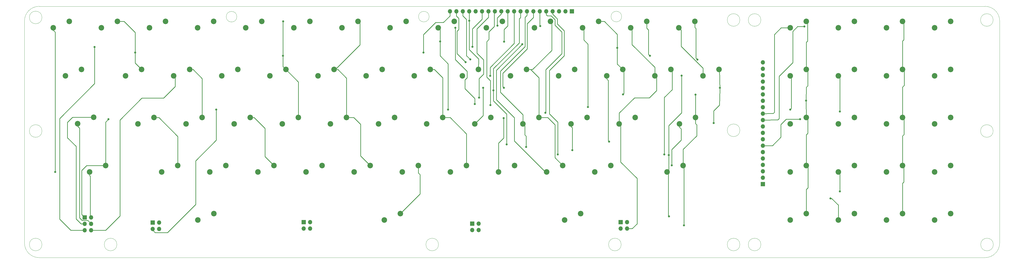
<source format=gbl>
G04 #@! TF.GenerationSoftware,KiCad,Pcbnew,(5.1.9)-1*
G04 #@! TF.CreationDate,2021-03-31T21:28:56-04:00*
G04 #@! TF.ProjectId,petkn,7065746b-6e2e-46b6-9963-61645f706362,rev?*
G04 #@! TF.SameCoordinates,Original*
G04 #@! TF.FileFunction,Copper,L2,Bot*
G04 #@! TF.FilePolarity,Positive*
%FSLAX46Y46*%
G04 Gerber Fmt 4.6, Leading zero omitted, Abs format (unit mm)*
G04 Created by KiCad (PCBNEW (5.1.9)-1) date 2021-03-31 21:28:56*
%MOMM*%
%LPD*%
G01*
G04 APERTURE LIST*
G04 #@! TA.AperFunction,Profile*
%ADD10C,0.050000*%
G04 #@! TD*
G04 #@! TA.AperFunction,ComponentPad*
%ADD11C,2.200000*%
G04 #@! TD*
G04 #@! TA.AperFunction,ComponentPad*
%ADD12O,1.700000X1.700000*%
G04 #@! TD*
G04 #@! TA.AperFunction,ComponentPad*
%ADD13R,1.700000X1.700000*%
G04 #@! TD*
G04 #@! TA.AperFunction,ViaPad*
%ADD14C,0.800000*%
G04 #@! TD*
G04 #@! TA.AperFunction,Conductor*
%ADD15C,0.250000*%
G04 #@! TD*
G04 APERTURE END LIST*
D10*
X101351853Y-52705000D02*
G75*
G03*
X101351853Y-52705000I-2101353J0D01*
G01*
X253688353Y-52641500D02*
G75*
G03*
X253688353Y-52641500I-2101353J0D01*
G01*
X177482853Y-52666500D02*
G75*
G03*
X177482853Y-52666500I-2101353J0D01*
G01*
X300500000Y-143002000D02*
G75*
G03*
X300500000Y-143002000I-2500000J0D01*
G01*
X300500000Y-54000000D02*
G75*
G03*
X300500000Y-54000000I-2500000J0D01*
G01*
X300500000Y-97726500D02*
G75*
G03*
X300500000Y-97726500I-2500000J0D01*
G01*
X17272000Y-54419500D02*
X17272000Y-142367000D01*
X403352000Y-54419500D02*
X403352000Y-142367000D01*
X23114000Y-48577500D02*
X397510000Y-48577500D01*
X24217000Y-98000000D02*
G75*
G03*
X24217000Y-98000000I-2500000J0D01*
G01*
X24217000Y-53000000D02*
G75*
G03*
X24217000Y-53000000I-2500000J0D01*
G01*
X400772000Y-98000000D02*
G75*
G03*
X400772000Y-98000000I-2500000J0D01*
G01*
X23114000Y-148209000D02*
X397510000Y-148209000D01*
X397510000Y-48577500D02*
G75*
G02*
X403352000Y-54419500I0J-5842000D01*
G01*
X53871500Y-143000000D02*
G75*
G03*
X53871500Y-143000000I-2500000J0D01*
G01*
X24217000Y-143000000D02*
G75*
G03*
X24217000Y-143000000I-2500000J0D01*
G01*
X181189000Y-143000000D02*
G75*
G03*
X181189000Y-143000000I-2500000J0D01*
G01*
X253515500Y-143000000D02*
G75*
G03*
X253515500Y-143000000I-2500000J0D01*
G01*
X308824000Y-143000000D02*
G75*
G03*
X308824000Y-143000000I-2500000J0D01*
G01*
X400835500Y-143000000D02*
G75*
G03*
X400835500Y-143000000I-2500000J0D01*
G01*
X17272000Y-54419500D02*
G75*
G02*
X23114000Y-48577500I5842000J0D01*
G01*
X403352000Y-142367000D02*
G75*
G02*
X397510000Y-148209000I-5842000J0D01*
G01*
X308824000Y-54000000D02*
G75*
G03*
X308824000Y-54000000I-2500000J0D01*
G01*
X23114000Y-148209000D02*
G75*
G02*
X17272000Y-142367000I0J5842000D01*
G01*
X400772000Y-54000000D02*
G75*
G03*
X400772000Y-54000000I-2500000J0D01*
G01*
D11*
X159728000Y-133286500D03*
X166078000Y-130746500D03*
D12*
X70548500Y-136842500D03*
X68008500Y-136842500D03*
X70548500Y-134302500D03*
D13*
X68008500Y-134302500D03*
D12*
X130365500Y-136652000D03*
X127825500Y-136652000D03*
X130365500Y-134112000D03*
D13*
X127825500Y-134112000D03*
D12*
X197040500Y-137223500D03*
X194500500Y-137223500D03*
X197040500Y-134683500D03*
D13*
X194500500Y-134683500D03*
D12*
X255816100Y-136690100D03*
X253276100Y-136690100D03*
X255816100Y-134150100D03*
D13*
X253276100Y-134150100D03*
D12*
X43688000Y-137350500D03*
X41148000Y-137350500D03*
X43688000Y-134810500D03*
X41148000Y-134810500D03*
X43688000Y-132270500D03*
D13*
X41148000Y-132270500D03*
D11*
X38354000Y-95123000D03*
X44704000Y-92583000D03*
X85915500Y-133286500D03*
X92265500Y-130746500D03*
X35052000Y-54546500D03*
X28702000Y-57086500D03*
X271691000Y-114251500D03*
X278041000Y-111711500D03*
X187452000Y-54546500D03*
X181102000Y-57086500D03*
D12*
X309562500Y-70764400D03*
X309562500Y-73304400D03*
X309562500Y-75844400D03*
X309562500Y-78384400D03*
X309562500Y-80924400D03*
X309562500Y-83464400D03*
X309562500Y-86004400D03*
X309562500Y-88544400D03*
X309562500Y-91084400D03*
X309562500Y-93624400D03*
X309562500Y-96164400D03*
X309562500Y-98704400D03*
X309562500Y-101244400D03*
X309562500Y-103784400D03*
X309562500Y-106324400D03*
X309562500Y-108864400D03*
X309562500Y-111404400D03*
X309562500Y-113944400D03*
X309562500Y-116484400D03*
D13*
X309562500Y-119024400D03*
D11*
X200152000Y-57086500D03*
X206502000Y-54546500D03*
X196977000Y-73596500D03*
X190627000Y-76136500D03*
X66802000Y-57086500D03*
X73152000Y-54546500D03*
X219202000Y-57086500D03*
X225552000Y-54546500D03*
X339471000Y-133299200D03*
X345821000Y-130759200D03*
X111252000Y-54546500D03*
X104902000Y-57086500D03*
X143002000Y-57086500D03*
X149352000Y-54546500D03*
X231140000Y-133286500D03*
X237490000Y-130746500D03*
X276606000Y-95186500D03*
X282956000Y-92646500D03*
X43053000Y-114236500D03*
X49403000Y-111696500D03*
X33464500Y-76136500D03*
X39814500Y-73596500D03*
D12*
X185737500Y-50546000D03*
X188277500Y-50546000D03*
X190817500Y-50546000D03*
X193357500Y-50546000D03*
X195897500Y-50546000D03*
X198437500Y-50546000D03*
X200977500Y-50546000D03*
X203517500Y-50546000D03*
X206057500Y-50546000D03*
X208597500Y-50546000D03*
X211137500Y-50546000D03*
X213677500Y-50546000D03*
X216217500Y-50546000D03*
X218757500Y-50546000D03*
X221297500Y-50546000D03*
X223837500Y-50546000D03*
X226377500Y-50546000D03*
X228917500Y-50546000D03*
X231457500Y-50546000D03*
D13*
X233997500Y-50546000D03*
D11*
X383921000Y-130759200D03*
X377571000Y-133299200D03*
X252730000Y-95186500D03*
X259080000Y-92646500D03*
X273177000Y-73596500D03*
X266827000Y-76136500D03*
X263652000Y-54546500D03*
X257302000Y-57086500D03*
X364871000Y-130759200D03*
X358521000Y-133299200D03*
X320421000Y-133299200D03*
X326771000Y-130759200D03*
X285877000Y-76136500D03*
X292227000Y-73596500D03*
X276352000Y-57086500D03*
X282702000Y-54546500D03*
X383921000Y-111709200D03*
X377571000Y-114249200D03*
X339471000Y-114249200D03*
X345821000Y-111709200D03*
X243078000Y-114236500D03*
X249428000Y-111696500D03*
X211328000Y-111696500D03*
X204978000Y-114236500D03*
X166878000Y-114236500D03*
X173228000Y-111696500D03*
X135128000Y-111696500D03*
X128778000Y-114236500D03*
X90678000Y-114236500D03*
X97028000Y-111696500D03*
X364871000Y-111709200D03*
X358521000Y-114249200D03*
X320421000Y-114249200D03*
X326771000Y-111709200D03*
X224028000Y-114236500D03*
X230378000Y-111696500D03*
X192278000Y-111696500D03*
X185928000Y-114236500D03*
X147828000Y-114236500D03*
X154178000Y-111696500D03*
X116078000Y-111696500D03*
X109728000Y-114236500D03*
X71628000Y-114236500D03*
X77978000Y-111696500D03*
X383921000Y-92659200D03*
X377571000Y-95199200D03*
X339471000Y-95199200D03*
X345821000Y-92659200D03*
X233680000Y-95186500D03*
X240030000Y-92646500D03*
X201930000Y-92646500D03*
X195580000Y-95186500D03*
X157480000Y-95186500D03*
X163830000Y-92646500D03*
X125730000Y-92646500D03*
X119380000Y-95186500D03*
X81280000Y-95186500D03*
X87630000Y-92646500D03*
X364871000Y-92659200D03*
X358521000Y-95199200D03*
X320421000Y-95199200D03*
X326771000Y-92659200D03*
X214630000Y-95186500D03*
X220980000Y-92646500D03*
X182880000Y-92646500D03*
X176530000Y-95186500D03*
X138430000Y-95186500D03*
X144780000Y-92646500D03*
X106680000Y-92646500D03*
X100330000Y-95186500D03*
X62230000Y-95186500D03*
X68580000Y-92646500D03*
X383921000Y-73609200D03*
X377571000Y-76149200D03*
X339471000Y-76149200D03*
X345821000Y-73609200D03*
X228727000Y-76136500D03*
X235077000Y-73596500D03*
X152527000Y-76136500D03*
X158877000Y-73596500D03*
X120777000Y-73596500D03*
X114427000Y-76136500D03*
X76327000Y-76136500D03*
X82677000Y-73596500D03*
X364871000Y-73609200D03*
X358521000Y-76149200D03*
X320421000Y-76149200D03*
X326771000Y-73609200D03*
X254127000Y-73596500D03*
X247777000Y-76136500D03*
X209677000Y-76136500D03*
X216027000Y-73596500D03*
X177927000Y-73596500D03*
X171577000Y-76136500D03*
X133477000Y-76136500D03*
X139827000Y-73596500D03*
X101727000Y-73596500D03*
X95377000Y-76136500D03*
X57277000Y-76136500D03*
X63627000Y-73596500D03*
X383921000Y-54559200D03*
X377571000Y-57099200D03*
X339471000Y-57099200D03*
X345821000Y-54559200D03*
X364871000Y-54559200D03*
X358521000Y-57099200D03*
X320421000Y-57099200D03*
X326771000Y-54559200D03*
X244602000Y-54546500D03*
X238252000Y-57086500D03*
X168402000Y-54546500D03*
X162052000Y-57086500D03*
X123952000Y-57086500D03*
X130302000Y-54546500D03*
X92202000Y-54546500D03*
X85852000Y-57086500D03*
X47752000Y-57086500D03*
X54102000Y-54546500D03*
D14*
X175260000Y-66929000D03*
X61087000Y-66929000D03*
X50546000Y-93345000D03*
X204533500Y-56197500D03*
X240347500Y-88519000D03*
X195516500Y-87312500D03*
X187833000Y-57086500D03*
X191897000Y-70675500D03*
X119697500Y-54546500D03*
X119634000Y-68199000D03*
X264858500Y-68199000D03*
X193738500Y-69596000D03*
X283654500Y-69659500D03*
X193357500Y-54292500D03*
X270573500Y-107315000D03*
X290131500Y-94869000D03*
X292544500Y-80899000D03*
X194627500Y-64579500D03*
X251968000Y-65024000D03*
X282956000Y-83566000D03*
X254254000Y-83502500D03*
X45021500Y-64706500D03*
X278320500Y-135382000D03*
X326707500Y-85991700D03*
X197231000Y-84772500D03*
X201739500Y-87693500D03*
X326006395Y-56593805D03*
X184975500Y-89535000D03*
X181800500Y-62484000D03*
X207126442Y-62600442D03*
X93218000Y-89535000D03*
X201612500Y-76136500D03*
X320421000Y-89484200D03*
X248729500Y-102171500D03*
X202946000Y-81915000D03*
X340106000Y-90246200D03*
X208153000Y-103314500D03*
X215836500Y-104330500D03*
X207073500Y-80899000D03*
X198882000Y-80899000D03*
X234188000Y-105600500D03*
X324294500Y-93357700D03*
X214376000Y-63627000D03*
X221488000Y-56388000D03*
X273494500Y-111633000D03*
X340042500Y-121932700D03*
X207010000Y-92900500D03*
X223520000Y-90741500D03*
X272415000Y-131826000D03*
X29400500Y-114236500D03*
X228409500Y-107315000D03*
X272351500Y-107569000D03*
X277431500Y-76009500D03*
X336359500Y-124726700D03*
D15*
X68580000Y-92646500D02*
X70485000Y-92646500D01*
X77978000Y-100139500D02*
X77978000Y-111696500D01*
X70485000Y-92646500D02*
X77978000Y-100139500D01*
X82677000Y-73596500D02*
X84010500Y-73596500D01*
X87630000Y-77216000D02*
X87630000Y-92646500D01*
X84010500Y-73596500D02*
X87630000Y-77216000D01*
X54102000Y-54546500D02*
X56705500Y-54546500D01*
X56705500Y-54546500D02*
X61087000Y-58928000D01*
X61087000Y-71056500D02*
X63627000Y-73596500D01*
X61087000Y-58928000D02*
X61087000Y-71056500D01*
X185737500Y-50546000D02*
X185737500Y-52387500D01*
X185737500Y-52387500D02*
X183134000Y-54991000D01*
X180086000Y-54991000D02*
X175260000Y-59817000D01*
X183134000Y-54991000D02*
X180086000Y-54991000D01*
X175260000Y-66929000D02*
X175260000Y-59817000D01*
X49403000Y-94488000D02*
X49403000Y-111696500D01*
X50546000Y-93345000D02*
X49403000Y-94488000D01*
X39941500Y-113601500D02*
X39941500Y-131064000D01*
X41846500Y-111696500D02*
X39941500Y-113601500D01*
X39941500Y-131064000D02*
X41148000Y-132270500D01*
X49403000Y-111696500D02*
X41846500Y-111696500D01*
X206057500Y-51562000D02*
X206057500Y-50546000D01*
X204438250Y-56102250D02*
X204438250Y-53181250D01*
X204533500Y-56197500D02*
X204438250Y-56102250D01*
X204438250Y-53181250D02*
X206057500Y-51562000D01*
X240347500Y-88519000D02*
X240347500Y-63563500D01*
X240347500Y-63563500D02*
X238696500Y-61912500D01*
X238696500Y-57531000D02*
X238252000Y-57086500D01*
X238696500Y-61912500D02*
X238696500Y-57531000D01*
X195516500Y-87312500D02*
X195516500Y-85090000D01*
X195516500Y-85090000D02*
X191643000Y-81216500D01*
X191643000Y-81216500D02*
X191643000Y-77724000D01*
X187833000Y-64960500D02*
X187833000Y-57086500D01*
X192500250Y-76866750D02*
X192500250Y-74326750D01*
X191643000Y-77724000D02*
X192500250Y-76866750D01*
X187833000Y-69659500D02*
X187833000Y-64960500D01*
X192500250Y-74326750D02*
X187833000Y-69659500D01*
X316801500Y-57099200D02*
X320421000Y-57099200D01*
X314134500Y-59766200D02*
X316801500Y-57099200D01*
X313679311Y-91069689D02*
X314134500Y-90614500D01*
X314134500Y-90614500D02*
X314134500Y-59766200D01*
X312798989Y-91069689D02*
X313679311Y-91069689D01*
X309562500Y-91084400D02*
X312798989Y-91069689D01*
X106680000Y-92646500D02*
X108204000Y-92646500D01*
X108204000Y-92646500D02*
X112522000Y-96964500D01*
X112522000Y-108140500D02*
X116078000Y-111696500D01*
X112522000Y-96964500D02*
X112522000Y-108140500D01*
X119697500Y-54546500D02*
X119634000Y-54610000D01*
X119634000Y-72453500D02*
X120777000Y-73596500D01*
X125730000Y-78549500D02*
X120777000Y-73596500D01*
X125730000Y-92646500D02*
X125730000Y-78549500D01*
X191897000Y-70675500D02*
X191770000Y-70548500D01*
X119634000Y-54610000D02*
X119634000Y-68199000D01*
X119634000Y-68199000D02*
X119634000Y-72453500D01*
X263652000Y-54546500D02*
X263652000Y-57277000D01*
X263652000Y-57277000D02*
X264287000Y-57912000D01*
X264287000Y-57912000D02*
X264287000Y-67627500D01*
X264287000Y-67627500D02*
X264858500Y-68199000D01*
X188531500Y-67310000D02*
X191897000Y-70675500D01*
X188531500Y-58420000D02*
X188531500Y-67310000D01*
X189230000Y-57721500D02*
X188531500Y-58420000D01*
X189230000Y-53340000D02*
X189230000Y-57721500D01*
X188277500Y-52387500D02*
X189230000Y-53340000D01*
X188277500Y-50546000D02*
X188277500Y-52387500D01*
X173228000Y-111696500D02*
X173228000Y-114617500D01*
X173228000Y-114617500D02*
X173863000Y-115252500D01*
X173863000Y-122961500D02*
X166078000Y-130746500D01*
X173863000Y-115252500D02*
X173863000Y-122961500D01*
X139827000Y-73596500D02*
X141351000Y-73596500D01*
X144780000Y-77025500D02*
X144780000Y-92646500D01*
X141351000Y-73596500D02*
X144780000Y-77025500D01*
X144780000Y-92646500D02*
X147637500Y-92646500D01*
X147637500Y-92646500D02*
X150368000Y-95377000D01*
X150368000Y-107886500D02*
X154178000Y-111696500D01*
X150368000Y-95377000D02*
X150368000Y-107886500D01*
X139827000Y-73596500D02*
X140335000Y-73596500D01*
X140335000Y-73596500D02*
X150050500Y-63881000D01*
X150050500Y-55245000D02*
X149352000Y-54546500D01*
X150050500Y-63881000D02*
X150050500Y-55245000D01*
X193738500Y-69596000D02*
X192278000Y-68135500D01*
X192278000Y-68135500D02*
X192278000Y-53784500D01*
X190817500Y-52324000D02*
X190817500Y-50546000D01*
X192278000Y-53784500D02*
X190817500Y-52324000D01*
X282702000Y-54546500D02*
X282702000Y-56959500D01*
X282702000Y-56959500D02*
X283083000Y-57340500D01*
X283083000Y-69088000D02*
X283654500Y-69659500D01*
X283083000Y-57340500D02*
X283083000Y-69088000D01*
X177927000Y-73596500D02*
X179578000Y-73596500D01*
X182880000Y-76898500D02*
X182880000Y-92646500D01*
X179578000Y-73596500D02*
X182880000Y-76898500D01*
X182880000Y-92646500D02*
X185801000Y-92646500D01*
X192278000Y-99123500D02*
X192278000Y-111696500D01*
X185801000Y-92646500D02*
X192278000Y-99123500D01*
X193357500Y-54292500D02*
X193548000Y-54102000D01*
X193357500Y-65722500D02*
X197040500Y-69405500D01*
X197040500Y-69405500D02*
X196977000Y-73596500D01*
X193357500Y-54292500D02*
X193357500Y-65722500D01*
X193421000Y-54229000D02*
X193357500Y-54292500D01*
X273685000Y-74104500D02*
X273177000Y-73596500D01*
X273685000Y-81597500D02*
X273685000Y-74104500D01*
X270573500Y-84709000D02*
X273685000Y-81597500D01*
X270573500Y-107315000D02*
X270573500Y-84709000D01*
X193357500Y-54292500D02*
X193357500Y-50546000D01*
X216027000Y-73596500D02*
X217678000Y-73596500D01*
X220980000Y-76898500D02*
X220980000Y-92646500D01*
X217678000Y-73596500D02*
X220980000Y-76898500D01*
X220980000Y-92646500D02*
X224409000Y-92646500D01*
X224409000Y-92646500D02*
X227266500Y-95504000D01*
X227266500Y-108585000D02*
X230378000Y-111696500D01*
X227266500Y-95504000D02*
X227266500Y-108585000D01*
X226060000Y-55054500D02*
X225552000Y-54546500D01*
X218440000Y-73596500D02*
X225996500Y-66040000D01*
X216027000Y-73596500D02*
X218440000Y-73596500D01*
X225996500Y-66040000D02*
X226060000Y-55054500D01*
X290131500Y-89979500D02*
X290131500Y-94869000D01*
X292417500Y-87693500D02*
X290131500Y-89979500D01*
X292417500Y-73787000D02*
X292227000Y-73596500D01*
X292544500Y-81661000D02*
X292417500Y-73787000D01*
X292544500Y-81661000D02*
X292417500Y-87693500D01*
X244602000Y-54546500D02*
X246824500Y-54546500D01*
X246824500Y-54546500D02*
X251968000Y-59690000D01*
X251968000Y-71437500D02*
X254127000Y-73596500D01*
X251968000Y-59690000D02*
X251968000Y-65024000D01*
X251968000Y-65024000D02*
X251968000Y-71437500D01*
X278320500Y-111991000D02*
X278041000Y-111711500D01*
X278320500Y-130048000D02*
X278320500Y-111991000D01*
X194627500Y-57467500D02*
X194627500Y-64579500D01*
X198437500Y-53657500D02*
X194627500Y-57467500D01*
X198437500Y-50546000D02*
X198437500Y-53657500D01*
X282956000Y-92646500D02*
X282956000Y-95059500D01*
X282956000Y-95059500D02*
X283400500Y-95504000D01*
X283400500Y-95504000D02*
X283400500Y-99885500D01*
X278041000Y-105245000D02*
X278041000Y-111711500D01*
X283400500Y-99885500D02*
X278041000Y-105245000D01*
X282956000Y-84455000D02*
X282956000Y-92646500D01*
X282956000Y-83566000D02*
X282956000Y-84455000D01*
X254254000Y-83502500D02*
X254571500Y-83185000D01*
X254571500Y-74041000D02*
X254127000Y-73596500D01*
X254571500Y-83185000D02*
X254571500Y-74041000D01*
X35623500Y-137350500D02*
X41148000Y-137350500D01*
X31178500Y-132905500D02*
X35623500Y-137350500D01*
X31178500Y-93027500D02*
X31178500Y-132905500D01*
X45021500Y-79184500D02*
X31178500Y-93027500D01*
X45021500Y-64706500D02*
X45021500Y-79184500D01*
X278320500Y-130048000D02*
X278320500Y-135382000D01*
X326771000Y-130759200D02*
X326771000Y-121170700D01*
X326771000Y-121170700D02*
X327469500Y-120472200D01*
X327469500Y-112407700D02*
X326771000Y-111709200D01*
X327469500Y-120472200D02*
X327469500Y-112407700D01*
X326771000Y-111709200D02*
X326771000Y-99517200D01*
X326771000Y-99517200D02*
X327342500Y-98945700D01*
X327342500Y-93230700D02*
X326771000Y-92659200D01*
X327342500Y-98945700D02*
X327342500Y-93230700D01*
X326771000Y-80657700D02*
X327342500Y-80086200D01*
X327342500Y-74180700D02*
X326771000Y-73609200D01*
X327342500Y-80086200D02*
X327342500Y-74180700D01*
X326771000Y-73609200D02*
X326771000Y-62814200D01*
X326771000Y-62814200D02*
X327279000Y-62306200D01*
X327279000Y-55067200D02*
X326771000Y-54559200D01*
X327279000Y-62306200D02*
X327279000Y-55067200D01*
X326580500Y-85991700D02*
X326707500Y-86118700D01*
X326771000Y-92659200D02*
X326707500Y-86118700D01*
X326707500Y-86118700D02*
X326771000Y-80657700D01*
X200977500Y-52959000D02*
X200977500Y-50546000D01*
X196405500Y-57531000D02*
X200977500Y-52959000D01*
X196405500Y-67183000D02*
X196405500Y-57531000D01*
X199009000Y-75438000D02*
X199009000Y-69786500D01*
X199009000Y-69786500D02*
X196405500Y-67183000D01*
X197231000Y-77216000D02*
X199009000Y-75438000D01*
X197231000Y-84772500D02*
X197231000Y-77216000D01*
X364871000Y-130759200D02*
X364871000Y-118694200D01*
X364871000Y-118694200D02*
X365379000Y-118186200D01*
X365379000Y-112217200D02*
X364871000Y-111709200D01*
X365379000Y-118186200D02*
X365379000Y-112217200D01*
X364871000Y-111709200D02*
X364871000Y-99961700D01*
X364871000Y-99961700D02*
X365442500Y-99390200D01*
X365442500Y-93230700D02*
X364871000Y-92659200D01*
X365442500Y-99390200D02*
X365442500Y-93230700D01*
X364871000Y-92659200D02*
X364871000Y-80594200D01*
X364871000Y-80594200D02*
X365569500Y-79895700D01*
X365569500Y-74307700D02*
X364871000Y-73609200D01*
X365569500Y-79895700D02*
X365569500Y-74307700D01*
X364871000Y-73609200D02*
X364871000Y-62306200D01*
X364871000Y-62306200D02*
X365379000Y-61798200D01*
X365379000Y-55067200D02*
X364871000Y-54559200D01*
X365379000Y-61798200D02*
X365379000Y-55067200D01*
X203263500Y-50800000D02*
X203517500Y-50546000D01*
X203263500Y-56578500D02*
X203263500Y-50800000D01*
X201168000Y-58674000D02*
X203263500Y-56578500D01*
X201168000Y-61658500D02*
X201168000Y-58674000D01*
X200279000Y-62547500D02*
X201168000Y-61658500D01*
X200279000Y-76644500D02*
X200279000Y-62547500D01*
X201739500Y-78105000D02*
X200279000Y-76644500D01*
X201739500Y-87693500D02*
X201739500Y-78105000D01*
X184975500Y-89535000D02*
X184975500Y-71374000D01*
X184975500Y-71374000D02*
X181800500Y-68199000D01*
X181800500Y-68199000D02*
X181800500Y-62484000D01*
X181800500Y-57785000D02*
X181102000Y-57086500D01*
X181800500Y-62484000D02*
X181800500Y-57785000D01*
X208597500Y-50546000D02*
X208597500Y-56324500D01*
X207126442Y-57795558D02*
X207126442Y-62600442D01*
X208597500Y-56324500D02*
X207126442Y-57795558D01*
X68008500Y-136842500D02*
X68008500Y-137287000D01*
X68008500Y-137287000D02*
X68961000Y-138239500D01*
X68961000Y-138239500D02*
X73850500Y-138239500D01*
X73850500Y-138239500D02*
X85026500Y-127063500D01*
X85026500Y-127063500D02*
X85026500Y-109791500D01*
X85026500Y-109791500D02*
X93218000Y-101600000D01*
X93218000Y-101600000D02*
X93218000Y-89535000D01*
X315531500Y-93599000D02*
X309562500Y-93624400D01*
X316039500Y-76276200D02*
X316039500Y-93091000D01*
X321437000Y-70878700D02*
X316039500Y-76276200D01*
X321437000Y-58496200D02*
X321437000Y-70878700D01*
X323342000Y-56591200D02*
X321437000Y-58496200D01*
X326003790Y-56591200D02*
X323342000Y-56591200D01*
X316039500Y-93091000D02*
X315531500Y-93599000D01*
X326006395Y-56593805D02*
X326003790Y-56591200D01*
X201612500Y-72834500D02*
X201612500Y-76136500D01*
X320421000Y-89484200D02*
X320865500Y-89039700D01*
X320865500Y-76593700D02*
X320421000Y-76149200D01*
X320865500Y-89039700D02*
X320865500Y-76593700D01*
X247777000Y-76136500D02*
X247777000Y-77343000D01*
X247777000Y-77343000D02*
X248412000Y-77978000D01*
X248412000Y-77978000D02*
X248412000Y-101854000D01*
X248412000Y-101854000D02*
X248729500Y-102171500D01*
X211137500Y-63309500D02*
X211074000Y-63373000D01*
X211137500Y-50546000D02*
X211137500Y-63309500D01*
X211074000Y-63373000D02*
X201612500Y-72834500D01*
X340106000Y-76784200D02*
X339471000Y-76149200D01*
X340106000Y-90246200D02*
X340106000Y-76784200D01*
X213169500Y-63055500D02*
X202946000Y-73279000D01*
X202946000Y-73279000D02*
X202946000Y-81915000D01*
X208153000Y-103314500D02*
X208153000Y-91249500D01*
X202946000Y-86042500D02*
X202946000Y-81915000D01*
X208153000Y-91249500D02*
X202946000Y-86042500D01*
X213169500Y-63055500D02*
X213169500Y-53530500D01*
X213677500Y-53022500D02*
X213677500Y-50546000D01*
X213169500Y-53530500D02*
X213677500Y-53022500D01*
X76962000Y-80327500D02*
X76962000Y-76771500D01*
X72326500Y-84963000D02*
X76962000Y-80327500D01*
X63754000Y-84963000D02*
X72326500Y-84963000D01*
X55054500Y-93662500D02*
X63754000Y-84963000D01*
X55054500Y-131699000D02*
X55054500Y-93662500D01*
X76962000Y-76771500D02*
X76327000Y-76136500D01*
X49403000Y-137350500D02*
X55054500Y-131699000D01*
X43688000Y-137350500D02*
X49403000Y-137350500D01*
X215392000Y-99568000D02*
X215392000Y-95948500D01*
X215836500Y-104330500D02*
X215836500Y-100012500D01*
X215392000Y-95948500D02*
X214630000Y-95186500D01*
X215836500Y-100012500D02*
X215392000Y-99568000D01*
X216217500Y-52133500D02*
X216217500Y-50546000D01*
X215423750Y-52927250D02*
X216217500Y-52133500D01*
X215423750Y-64547750D02*
X215423750Y-52927250D01*
X205740000Y-74231500D02*
X215423750Y-64547750D01*
X205740000Y-82613500D02*
X205740000Y-74231500D01*
X214630000Y-91503500D02*
X205740000Y-82613500D01*
X214630000Y-95186500D02*
X214630000Y-91503500D01*
X198882000Y-91884500D02*
X195580000Y-95186500D01*
X198882000Y-80899000D02*
X198882000Y-91884500D01*
X233680000Y-95186500D02*
X233680000Y-96202500D01*
X233680000Y-96202500D02*
X234188000Y-96710500D01*
X234188000Y-96710500D02*
X234188000Y-105600500D01*
X218757500Y-53022500D02*
X218757500Y-50546000D01*
X216281000Y-55499000D02*
X218757500Y-53022500D01*
X216281000Y-65468500D02*
X216281000Y-55499000D01*
X206629000Y-75120500D02*
X216281000Y-65468500D01*
X206629000Y-80454500D02*
X206629000Y-75120500D01*
X207073500Y-80899000D02*
X206629000Y-80454500D01*
X309562500Y-103784400D02*
X313372500Y-103784400D01*
X313372500Y-103784400D02*
X316738000Y-100418900D01*
X316738000Y-100418900D02*
X316738000Y-95465900D01*
X318846200Y-93357700D02*
X324294500Y-93357700D01*
X316738000Y-95465900D02*
X318846200Y-93357700D01*
X223520000Y-114236500D02*
X224028000Y-114236500D01*
X211201000Y-101917500D02*
X223520000Y-114236500D01*
X211201000Y-92710000D02*
X211201000Y-101917500D01*
X204089000Y-73914000D02*
X204089000Y-85598000D01*
X204089000Y-85598000D02*
X211201000Y-92710000D01*
X214376000Y-63627000D02*
X204089000Y-73914000D01*
X221361000Y-56261000D02*
X221488000Y-56388000D01*
X221297500Y-56197500D02*
X221488000Y-56388000D01*
X221297500Y-50546000D02*
X221297500Y-56197500D01*
X276606000Y-95186500D02*
X276606000Y-96520000D01*
X276606000Y-96520000D02*
X277241000Y-97155000D01*
X277241000Y-97155000D02*
X277241000Y-101600000D01*
X277241000Y-101600000D02*
X273494500Y-105346500D01*
X273494500Y-105346500D02*
X273494500Y-111633000D01*
X340042500Y-114820700D02*
X339471000Y-114249200D01*
X340042500Y-121932700D02*
X340042500Y-114820700D01*
X207010000Y-100774500D02*
X204978000Y-102806500D01*
X207010000Y-92900500D02*
X207010000Y-100774500D01*
X204978000Y-102806500D02*
X204978000Y-114236500D01*
X223837500Y-51879500D02*
X223837500Y-50546000D01*
X224282000Y-52324000D02*
X223837500Y-51879500D01*
X227330000Y-53848000D02*
X225806000Y-52324000D01*
X225806000Y-52324000D02*
X224282000Y-52324000D01*
X229997000Y-58737500D02*
X227330000Y-56070500D01*
X229997000Y-67310000D02*
X229997000Y-58737500D01*
X227330000Y-56070500D02*
X227330000Y-53848000D01*
X223647000Y-73660000D02*
X229997000Y-67310000D01*
X223647000Y-90614500D02*
X223647000Y-73660000D01*
X223520000Y-90741500D02*
X223647000Y-90614500D01*
X43053000Y-114236500D02*
X43053000Y-115633500D01*
X43053000Y-115633500D02*
X43307000Y-115887500D01*
X272415000Y-131826000D02*
X272161000Y-131572000D01*
X272161000Y-114721500D02*
X271691000Y-114251500D01*
X272161000Y-131572000D02*
X272161000Y-114721500D01*
X277241000Y-64452500D02*
X277241000Y-57975500D01*
X285877000Y-76136500D02*
X285877000Y-73088500D01*
X277241000Y-57975500D02*
X276352000Y-57086500D01*
X285877000Y-73088500D02*
X277241000Y-64452500D01*
X28702000Y-57086500D02*
X28702000Y-58102500D01*
X28702000Y-58102500D02*
X29400500Y-58801000D01*
X29400500Y-58801000D02*
X29400500Y-114236500D01*
X226377500Y-50546000D02*
X226377500Y-51689000D01*
X226377500Y-51689000D02*
X227647500Y-52959000D01*
X227647500Y-52959000D02*
X228092000Y-53403500D01*
X228092000Y-53403500D02*
X228219000Y-53530500D01*
X228219000Y-53530500D02*
X228219000Y-55562500D01*
X228219000Y-55562500D02*
X230949500Y-58293000D01*
X230949500Y-58293000D02*
X230949500Y-68135500D01*
X230949500Y-68135500D02*
X225107500Y-73977500D01*
X225107500Y-73977500D02*
X225107500Y-91186000D01*
X225107500Y-91186000D02*
X228409500Y-94488000D01*
X228409500Y-94488000D02*
X228409500Y-107315000D01*
X272351500Y-113591000D02*
X271691000Y-114251500D01*
X272351500Y-107569000D02*
X272351500Y-113591000D01*
X272351500Y-107569000D02*
X272351500Y-95821500D01*
X277431500Y-90741500D02*
X277431500Y-90678000D01*
X272351500Y-95821500D02*
X277431500Y-90741500D01*
X277431500Y-90678000D02*
X277431500Y-76009500D01*
X43307000Y-131889500D02*
X43688000Y-132270500D01*
X43307000Y-115887500D02*
X43307000Y-131889500D01*
X252730000Y-95186500D02*
X252730000Y-90868500D01*
X252730000Y-90868500D02*
X258762500Y-84836000D01*
X258762500Y-84836000D02*
X264668000Y-84836000D01*
X264668000Y-84836000D02*
X267525500Y-81978500D01*
X267525500Y-76835000D02*
X266827000Y-76136500D01*
X267525500Y-81978500D02*
X267525500Y-76835000D01*
X266827000Y-76136500D02*
X266827000Y-72771000D01*
X266827000Y-72771000D02*
X257810000Y-63754000D01*
X257810000Y-57594500D02*
X257302000Y-57086500D01*
X257810000Y-63754000D02*
X257810000Y-57594500D01*
X336359500Y-124726700D02*
X336804000Y-124726700D01*
X339471000Y-127393700D02*
X339471000Y-133299200D01*
X336804000Y-124726700D02*
X339471000Y-127393700D01*
X253301500Y-95758000D02*
X252730000Y-95186500D01*
X253301500Y-110299500D02*
X253301500Y-95758000D01*
X259778500Y-116776500D02*
X253301500Y-110299500D01*
X259778500Y-134810500D02*
X259778500Y-116776500D01*
X257898900Y-136690100D02*
X259778500Y-134810500D01*
X255816100Y-136690100D02*
X257898900Y-136690100D01*
X38354000Y-95123000D02*
X38354000Y-96139000D01*
X38354000Y-96139000D02*
X39052500Y-96837500D01*
X39052500Y-96837500D02*
X39052500Y-132461000D01*
X39052500Y-132461000D02*
X40068500Y-133477000D01*
X42354500Y-133477000D02*
X43688000Y-134810500D01*
X40068500Y-133477000D02*
X42354500Y-133477000D01*
X41148000Y-134810500D02*
X39687500Y-134810500D01*
X39687500Y-134810500D02*
X37719000Y-132842000D01*
X37719000Y-132842000D02*
X37719000Y-104076500D01*
X37719000Y-104076500D02*
X34290000Y-100647500D01*
X34290000Y-100647500D02*
X34290000Y-94551500D01*
X36258500Y-92583000D02*
X44704000Y-92583000D01*
X34290000Y-94551500D02*
X36258500Y-92583000D01*
M02*

</source>
